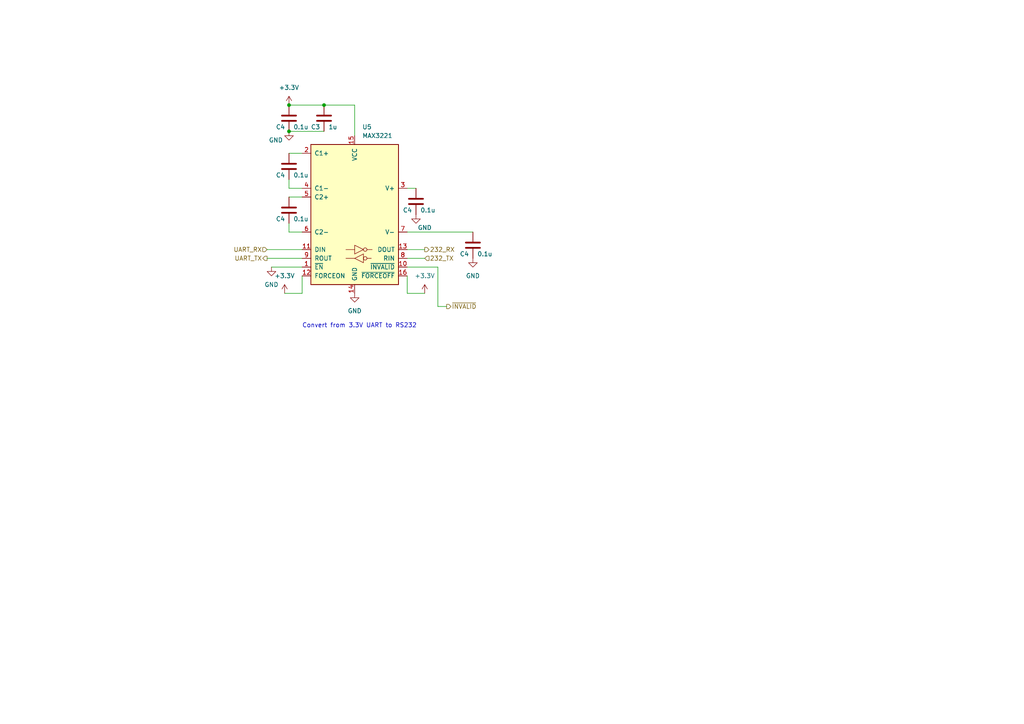
<source format=kicad_sch>
(kicad_sch (version 20230121) (generator eeschema)
  (paper "A4")
  (lib_symbols
    (symbol "Device:C" (pin_numbers hide) (pin_names (offset 0.254))
      (property "Reference" "C" (at 0.635 2.54 0))
      (property "Value" "C" (at 0.635 -2.54 0))
      (symbol "C_0_1"
        (polyline (pts (xy -2.032 -0.762) (xy 2.032 -0.762)) (stroke (width 0.508)))
        (polyline (pts (xy -2.032 0.762) (xy 2.032 0.762)) (stroke (width 0.508)))
      )
      (symbol "C_1_1"
        (pin passive line (at 0 3.81 270) (length 2.794) (name "~") (number "1"))
        (pin passive line (at 0 -3.81 90) (length 2.794) (name "~") (number "2"))
      )
    )
    (symbol "Interface_UART:MAX3221" (pin_names (offset 1.016))
      (property "Reference" "U" (at -10.16 21.59 0))
      (property "Value" "MAX3221" (at 12.7 21.59 0))
      (symbol "MAX3221_0_1"
        (rectangle (start -12.7 -20.32) (end 12.7 20.32) (stroke (width 0.254)) (fill (type background)))
        (polyline (pts (xy -2.54 -12.7) (xy 0 -12.7) (xy 0 -12.7)))
        (polyline (pts (xy -2.54 -10.16) (xy 0 -10.16) (xy 0 -10.16)))
        (polyline (pts (xy 3.556 -12.7) (xy 4.826 -12.7) (xy 4.826 -12.7)))
        (polyline (pts (xy 3.556 -10.16) (xy 5.08 -10.16) (xy 5.08 -10.16)))
        (polyline (pts (xy 2.54 -11.43) (xy 2.54 -13.97) (xy 0 -12.7) (xy 2.54 -11.43) (xy 2.54 -11.43)))
        (polyline (pts (xy 0 -11.43) (xy 0 -8.89) (xy 2.54 -10.16) (xy 0 -11.43) (xy 0 -11.43) (xy 0 -11.43)))
        (circle (center 3.048 -12.7) (radius 0.508))
        (circle (center 3.048 -10.16) (radius 0.508))
      )
      (symbol "MAX3221_1_1"
        (pin input line (at -15.24 -15.24 0) (length 2.54) (name "~{EN}") (number "1"))
        (pin output line (at 15.24 -15.24 180) (length 2.54) (name "~{INVALID}") (number "10"))
        (pin input line (at -15.24 -10.16 0) (length 2.54) (name "DIN") (number "11"))
        (pin input line (at -15.24 -17.78 0) (length 2.54) (name "FORCEON") (number "12"))
        (pin output line (at 15.24 -10.16 180) (length 2.54) (name "DOUT") (number "13"))
        (pin power_in line (at 0 -22.86 90) (length 2.54) (name "GND") (number "14"))
        (pin power_in line (at 0 22.86 270) (length 2.54) (name "VCC") (number "15"))
        (pin input line (at 15.24 -17.78 180) (length 2.54) (name "~{FORCEOFF}") (number "16"))
        (pin passive line (at -15.24 17.78 0) (length 2.54) (name "C1+") (number "2"))
        (pin power_out line (at 15.24 7.62 180) (length 2.54) (name "V+") (number "3"))
        (pin passive line (at -15.24 7.62 0) (length 2.54) (name "C1-") (number "4"))
        (pin passive line (at -15.24 5.08 0) (length 2.54) (name "C2+") (number "5"))
        (pin passive line (at -15.24 -5.08 0) (length 2.54) (name "C2-") (number "6"))
        (pin power_out line (at 15.24 -5.08 180) (length 2.54) (name "V-") (number "7"))
        (pin input line (at 15.24 -12.7 180) (length 2.54) (name "RIN") (number "8"))
        (pin output line (at -15.24 -12.7 0) (length 2.54) (name "ROUT") (number "9"))
      )
    )
    (symbol "power:+3.3V" (power) (pin_names (offset 0))
      (property "Value" "+3.3V" (at 0 3.556 0))
      (symbol "+3.3V_0_1"
        (polyline (pts (xy -0.762 1.27) (xy 0 2.54)))
        (polyline (pts (xy 0 0) (xy 0 2.54)))
        (polyline (pts (xy 0 2.54) (xy 0.762 1.27)))
      )
      (symbol "+3.3V_1_1"
        (pin power_in line (at 0 0 90) (length 0) hide (name "+3.3V") (number "1"))
      )
    )
    (symbol "power:GND" (power) (pin_names (offset 0))
      (property "Value" "GND" (at 0 -3.81 0))
      (symbol "GND_0_1"
        (polyline (pts (xy 0 0) (xy 0 -1.27) (xy 1.27 -1.27) (xy 0 -2.54) (xy -1.27 -1.27) (xy 0 -1.27)))
      )
      (symbol "GND_1_1"
        (pin power_in line (at 0 0 270) (length 0) hide (name "GND") (number "1"))
      )
    )
  )
  (junction (at 93.98 30.48))
  (junction (at 83.82 30.48))
  (junction (at 83.82 38.1))
  (wire (pts (xy 83.82 44.45) (xy 87.63 44.45)))
  (wire (pts (xy 83.82 54.61) (xy 83.82 52.07)))
  (wire (pts (xy 127 77.47) (xy 127 88.9)))
  (wire (pts (xy 78.74 77.47) (xy 87.63 77.47)))
  (wire (pts (xy 118.11 74.93) (xy 123.19 74.93)))
  (wire (pts (xy 83.82 38.1) (xy 93.98 38.1)))
  (wire (pts (xy 87.63 85.09) (xy 82.55 85.09)))
  (wire (pts (xy 87.63 80.01) (xy 87.63 85.09)))
  (wire (pts (xy 83.82 30.48) (xy 93.98 30.48)))
  (wire (pts (xy 77.47 74.93) (xy 87.63 74.93)))
  (wire (pts (xy 118.11 54.61) (xy 120.65 54.61)))
  (wire (pts (xy 118.11 77.47) (xy 127 77.47)))
  (wire (pts (xy 77.47 72.39) (xy 87.63 72.39)))
  (wire (pts (xy 83.82 67.31) (xy 87.63 67.31)))
  (wire (pts (xy 118.11 72.39) (xy 123.19 72.39)))
  (wire (pts (xy 118.11 67.31) (xy 137.16 67.31)))
  (wire (pts (xy 83.82 64.77) (xy 83.82 67.31)))
  (wire (pts (xy 118.11 80.01) (xy 118.11 85.09)))
  (wire (pts (xy 93.98 30.48) (xy 102.87 30.48)))
  (wire (pts (xy 118.11 85.09) (xy 123.19 85.09)))
  (wire (pts (xy 102.87 30.48) (xy 102.87 39.37)))
  (wire (pts (xy 83.82 57.15) (xy 87.63 57.15)))
  (wire (pts (xy 87.63 54.61) (xy 83.82 54.61)))
  (wire (pts (xy 127 88.9) (xy 129.54 88.9)))
  (text "Convert from 3.3V UART to RS232" (at 87.63 95.25 0) (effects (font (size 1.27 1.27)) (justify left bottom)))
  (hierarchical_label "~{INVALID}" (shape output) (at 129.54 88.9 0))
  (hierarchical_label "UART_TX" (shape output) (at 77.47 74.93 180))
  (hierarchical_label "232_TX" (shape input) (at 123.19 74.93 0))
  (hierarchical_label "232_RX" (shape output) (at 123.19 72.39 0))
  (hierarchical_label "UART_RX" (shape input) (at 77.47 72.39 180))
  (symbol (lib_id "Device:C") (at 83.82 34.29 0) (unit 1)
    (property "Reference" "C4" (at 80.01 36.83 0) (effects (justify left)))
    (property "Value" "0.1u" (at 85.09 36.83 0) (effects (justify left)))
    (property "Footprint" "Capacitor_SMD:C_0603_1608Metric" (effects hide))
    (instances (project "fluidics-v2" (path "" (reference "C4") (unit 1)) (path "" (reference "C6") (unit 1)) (path "" (reference "C9") (unit 1)) (path "" (reference "C13") (unit 1)) (path "" (reference "C17") (unit 1)) (path "" (reference "C21") (unit 1)) (path "" (reference "C25") (unit 1))))
  )
  (symbol (lib_id "power:+3.3V") (at 123.19 85.09 0) (unit 1)
    (property "Reference" "#PWR089" (effects hide))
    (property "Value" "+3.3V" (at 123.19 80.01 0))
  )
  (symbol (lib_id "power:GND") (at 137.16 74.93 0) (unit 1)
    (property "Reference" "#PWR094" (effects hide))
    (property "Value" "GND" (at 137.16 80.01 0))
  )
  (symbol (lib_id "Device:C") (at 120.65 58.42 0) (unit 1)
    (property "Reference" "C4" (at 116.84 60.96 0) (effects (justify left)))
    (property "Value" "0.1u" (at 121.92 60.96 0) (effects (justify left)))
    (property "Footprint" "Capacitor_SMD:C_0603_1608Metric" (effects hide))
    (instances (project "fluidics-v2" (path "" (reference "C4") (unit 1)) (path "" (reference "C6") (unit 1)) (path "" (reference "C9") (unit 1)) (path "" (reference "C13") (unit 1)) (path "" (reference "C17") (unit 1)) (path "" (reference "C21") (unit 1)) (path "" (reference "C29") (unit 1))))
  )
  (symbol (lib_id "Device:C") (at 93.98 34.29 0) (unit 1)
    (property "Reference" "C3" (at 90.17 36.83 0) (effects (justify left)))
    (property "Value" "1u" (at 95.25 36.83 0) (effects (justify left)))
    (property "Footprint" "Capacitor_SMD:C_0603_1608Metric" (effects hide))
    (instances (project "fluidics-v2" (path "" (reference "C3") (unit 1)) (path "" (reference "C7") (unit 1)) (path "" (reference "C10") (unit 1)) (path "" (reference "C14") (unit 1)) (path "" (reference "C18") (unit 1)) (path "" (reference "C22") (unit 1)) (path "" (reference "C26") (unit 1))))
  )
  (symbol (lib_id "power:GND") (at 83.82 38.1 0) (unit 1)
    (property "Reference" "#PWR092" (effects hide))
    (property "Value" "GND" (at 80.01 40.64 0))
  )
  (symbol (lib_id "Device:C") (at 83.82 48.26 0) (unit 1)
    (property "Reference" "C4" (at 80.01 50.8 0) (effects (justify left)))
    (property "Value" "0.1u" (at 85.09 50.8 0) (effects (justify left)))
    (property "Footprint" "Capacitor_SMD:C_0603_1608Metric" (effects hide))
    (instances (project "fluidics-v2" (path "" (reference "C4") (unit 1)) (path "" (reference "C6") (unit 1)) (path "" (reference "C9") (unit 1)) (path "" (reference "C13") (unit 1)) (path "" (reference "C17") (unit 1)) (path "" (reference "C21") (unit 1)) (path "" (reference "C27") (unit 1))))
  )
  (symbol (lib_id "power:+3.3V") (at 82.55 85.09 0) (unit 1)
    (property "Reference" "#PWR088" (effects hide))
    (property "Value" "+3.3V" (at 82.55 80.01 0))
  )
  (symbol (lib_id "power:GND") (at 120.65 62.23 0) (unit 1)
    (property "Reference" "#PWR093" (effects hide))
    (property "Value" "GND" (at 123.19 66.04 0))
  )
  (symbol (lib_id "power:+3.3V") (at 83.82 30.48 0) (unit 1)
    (property "Reference" "#PWR087" (effects hide))
    (property "Value" "+3.3V" (at 83.82 25.4 0))
  )
  (symbol (lib_id "Device:C") (at 137.16 71.12 0) (unit 1)
    (property "Reference" "C4" (at 133.35 73.66 0) (effects (justify left)))
    (property "Value" "0.1u" (at 138.43 73.66 0) (effects (justify left)))
    (property "Footprint" "Capacitor_SMD:C_0603_1608Metric" (effects hide))
    (instances (project "fluidics-v2" (path "" (reference "C4") (unit 1)) (path "" (reference "C6") (unit 1)) (path "" (reference "C9") (unit 1)) (path "" (reference "C13") (unit 1)) (path "" (reference "C17") (unit 1)) (path "" (reference "C21") (unit 1)) (path "" (reference "C30") (unit 1))))
  )
  (symbol (lib_id "Interface_UART:MAX3221") (at 102.87 62.23 0) (unit 1)
    (property "Reference" "U5" (at 105.0641 36.83 0) (effects (justify left)))
    (property "Value" "MAX3221" (at 105.0641 39.37 0) (effects (justify left)))
    (property "Footprint" "MAX232:SOP65P640X120-16N" (effects hide))
    (property "Datasheet" "http://www.ti.com/lit/ds/symlink/max3221.pdf" (effects hide))
  )
  (symbol (lib_id "Device:C") (at 83.82 60.96 0) (unit 1)
    (property "Reference" "C4" (at 80.01 63.5 0) (effects (justify left)))
    (property "Value" "0.1u" (at 85.09 63.5 0) (effects (justify left)))
    (property "Footprint" "Capacitor_SMD:C_0603_1608Metric" (effects hide))
    (instances (project "fluidics-v2" (path "" (reference "C4") (unit 1)) (path "" (reference "C6") (unit 1)) (path "" (reference "C9") (unit 1)) (path "" (reference "C13") (unit 1)) (path "" (reference "C17") (unit 1)) (path "" (reference "C21") (unit 1)) (path "" (reference "C28") (unit 1))))
  )
  (symbol (lib_id "power:GND") (at 78.74 77.47 0) (unit 1)
    (property "Reference" "#PWR091" (effects hide))
    (property "Value" "GND" (at 78.74 82.55 0))
  )
  (symbol (lib_id "power:GND") (at 102.87 85.09 0) (unit 1)
    (property "Reference" "#PWR090" (effects hide))
    (property "Value" "GND" (at 102.87 90.17 0))
  )
)
</source>
